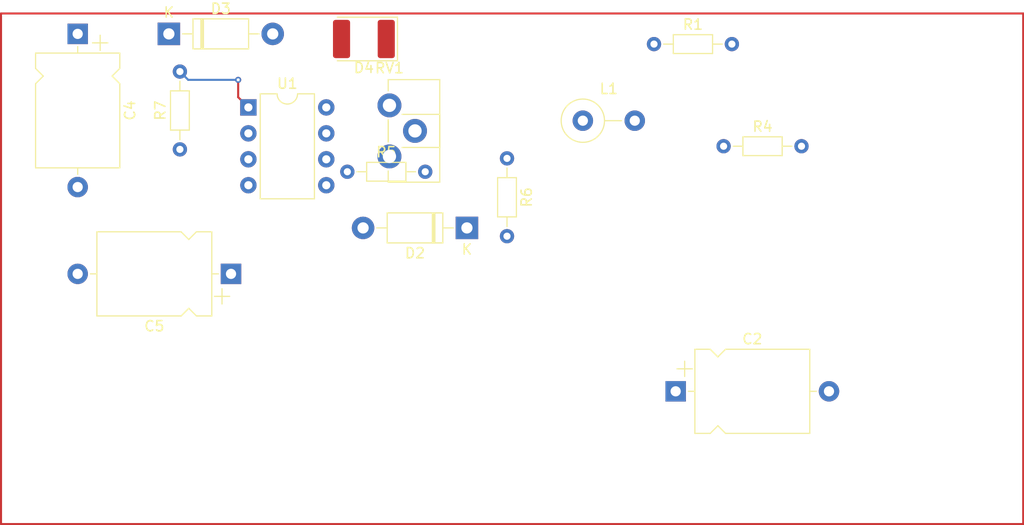
<source format=kicad_pcb>
(kicad_pcb (version 20240108) (generator "pcbnew") (generator_version "8.0")
  (layers (0 "F.Cu" signal) (31 "B.Cu" signal) (34 "B.Paste" user) (35 "F.Paste" user) (36 "B.SilkS" user "B.Silkscreen") (37 "F.SilkS" user "F.Silkscreen") (38 "B.Mask" user) (39 "F.Mask" user) (44 "Edge.Cuts" user))
  (net 0 "")
  (net 1 "Net-(D2-K)")
  (net 2 "Net-(D2-A)")
  (net 3 "Net-(D3-A)")
  (net 4 "+12V")
  (net 5 "0")
  (net 6 "+10V")
  (net 7 "Net-(Q1-G)")
  (net 8 "Net-(U1-CV)")
  (net 9 "Net-(C2-Pad1)")
  (net 10 "Net-(D4-K)")
  (net 11 "Net-(R1-Pad2)")
  (net 12 "Net-(R5-Pad2)")
  (net 13 "Net-(R6-Pad1)")
  (footprint "Capacitor_THT:CP_Axial_L11.0mm_D8.0mm_P15.00mm_Horizontal" (layer "F.Cu") (at 91 101 -90)
    (property "Reference" "C4" (at 7.5 -5.12 90) (layer "F.SilkS"))
    (property "Value" "47n")
    (fp_line (start 1.88 4.12) (end 3.38 4.12) (stroke (width 0.12)) (layer "F.SilkS"))
    (fp_line (start 3.38 4.12) (end 4.13 3.37) (stroke (width 0.12)) (layer "F.SilkS"))
    (fp_line (start 4.88 4.12) (end 13.12 4.12) (stroke (width 0.12)) (layer "F.SilkS"))
    (fp_line (start 4.13 3.37) (end 4.88 4.12) (stroke (width 0.12)) (layer "F.SilkS"))
    (fp_line (start 1.24 0) (end 1.88 0) (stroke (width 0.12)) (layer "F.SilkS"))
    (fp_line (start 13.76 0) (end 13.12 0) (stroke (width 0.12)) (layer "F.SilkS"))
    (fp_line (start 0.13 -2.2) (end 1.63 -2.2) (stroke (width 0.12)) (layer "F.SilkS"))
    (fp_line (start 0.88 -2.95) (end 0.88 -1.45) (stroke (width 0.12)) (layer "F.SilkS"))
    (fp_line (start 4.13 -3.37) (end 4.88 -4.12) (stroke (width 0.12)) (layer "F.SilkS"))
    (fp_line (start 1.88 -4.12) (end 1.88 4.12) (stroke (width 0.12)) (layer "F.SilkS"))
    (fp_line (start 1.88 -4.12) (end 3.38 -4.12) (stroke (width 0.12)) (layer "F.SilkS"))
    (fp_line (start 3.38 -4.12) (end 4.13 -3.37) (stroke (width 0.12)) (layer "F.SilkS"))
    (fp_line (start 4.88 -4.12) (end 13.12 -4.12) (stroke (width 0.12)) (layer "F.SilkS"))
    (fp_line (start 13.12 -4.12) (end 13.12 4.12) (stroke (width 0.12)) (layer "F.SilkS"))
    (pad "1" thru_hole rect (at 0 0 270) (size 2 2) (drill 1) (layers "*.Cu" "*.Mask") (net 2 "Net-(D2-A)"))
    (pad "2" thru_hole oval (at 15 0 270) (size 2 2) (drill 1) (layers "*.Cu" "*.Mask") (net 5 "0"))
  )
  (footprint "Package_DIP:DIP-8_W7.62mm" (layer "F.Cu") (at 107.7 108.2)
    (property "Reference" "U1" (at 3.81 -2.33 0) (layer "F.SilkS"))
    (property "Value" "LM555xN")
    (fp_line (start 1.16 -1.33) (end 1.16 8.95) (stroke (width 0.12)) (layer "F.SilkS"))
    (fp_line (start 1.16 8.95) (end 6.46 8.95) (stroke (width 0.12)) (layer "F.SilkS"))
    (fp_line (start 2.81 -1.33) (end 1.16 -1.33) (stroke (width 0.12)) (layer "F.SilkS"))
    (fp_line (start 6.46 -1.33) (end 4.81 -1.33) (stroke (width 0.12)) (layer "F.SilkS"))
    (fp_line (start 6.46 8.95) (end 6.46 -1.33) (stroke (width 0.12)) (layer "F.SilkS"))
    (fp_arc (start 4.81 -1.33) (mid 3.81 -0.33) (end 2.81 -1.33) (stroke (width 0.12)) (layer "F.SilkS"))
    (pad "1" thru_hole rect (at 0 0) (size 1.6 1.6) (drill 0.8) (layers "*.Cu" "*.Mask") (net 5 "0"))
    (pad "2" thru_hole oval (at 0 2.54) (size 1.6 1.6) (drill 0.8) (layers "*.Cu" "*.Mask") (net 2 "Net-(D2-A)"))
    (pad "3" thru_hole oval (at 0 5.08) (size 1.6 1.6) (drill 0.8) (layers "*.Cu" "*.Mask") (net 7 "Net-(Q1-G)"))
    (pad "4" thru_hole oval (at 0 7.62) (size 1.6 1.6) (drill 0.8) (layers "*.Cu" "*.Mask") (net 4 "+12V"))
    (pad "5" thru_hole oval (at 7.62 7.62) (size 1.6 1.6) (drill 0.8) (layers "*.Cu" "*.Mask") (net 8 "Net-(U1-CV)"))
    (pad "6" thru_hole oval (at 7.62 5.08) (size 1.6 1.6) (drill 0.8) (layers "*.Cu" "*.Mask") (net 2 "Net-(D2-A)"))
    (pad "7" thru_hole oval (at 7.62 2.54) (size 1.6 1.6) (drill 0.8) (layers "*.Cu" "*.Mask") (net 3 "Net-(D3-A)"))
    (pad "8" thru_hole oval (at 7.62 0) (size 1.6 1.6) (drill 0.8) (layers "*.Cu" "*.Mask") (net 6 "+10V"))
  )
  (footprint "Capacitor_THT:CP_Axial_L11.0mm_D8.0mm_P15.00mm_Horizontal" (layer "F.Cu") (at 106 124.5 180)
    (property "Reference" "C5" (at 7.5 -5.12 0) (layer "F.SilkS"))
    (property "Value" "10n")
    (fp_line (start 13.76 0) (end 13.12 0) (stroke (width 0.12)) (layer "F.SilkS"))
    (fp_line (start 13.12 -4.12) (end 13.12 4.12) (stroke (width 0.12)) (layer "F.SilkS"))
    (fp_line (start 4.88 4.12) (end 13.12 4.12) (stroke (width 0.12)) (layer "F.SilkS"))
    (fp_line (start 4.88 -4.12) (end 13.12 -4.12) (stroke (width 0.12)) (layer "F.SilkS"))
    (fp_line (start 4.13 3.37) (end 4.88 4.12) (stroke (width 0.12)) (layer "F.SilkS"))
    (fp_line (start 4.13 -3.37) (end 4.88 -4.12) (stroke (width 0.12)) (layer "F.SilkS"))
    (fp_line (start 3.38 4.12) (end 4.13 3.37) (stroke (width 0.12)) (layer "F.SilkS"))
    (fp_line (start 3.38 -4.12) (end 4.13 -3.37) (stroke (width 0.12)) (layer "F.SilkS"))
    (fp_line (start 1.88 4.12) (end 3.38 4.12) (stroke (width 0.12)) (layer "F.SilkS"))
    (fp_line (start 1.88 -4.12) (end 3.38 -4.12) (stroke (width 0.12)) (layer "F.SilkS"))
    (fp_line (start 1.88 -4.12) (end 1.88 4.12) (stroke (width 0.12)) (layer "F.SilkS"))
    (fp_line (start 1.24 0) (end 1.88 0) (stroke (width 0.12)) (layer "F.SilkS"))
    (fp_line (start 0.88 -2.95) (end 0.88 -1.45) (stroke (width 0.12)) (layer "F.SilkS"))
    (fp_line (start 0.13 -2.2) (end 1.63 -2.2) (stroke (width 0.12)) (layer "F.SilkS"))
    (pad "1" thru_hole rect (at 0 0 180) (size 2 2) (drill 1) (layers "*.Cu" "*.Mask") (net 8 "Net-(U1-CV)"))
    (pad "2" thru_hole oval (at 15 0 180) (size 2 2) (drill 1) (layers "*.Cu" "*.Mask") (net 5 "0"))
  )
  (footprint "Resistor_THT:R_Axial_DIN0204_L3.6mm_D1.6mm_P7.62mm_Horizontal" (layer "F.Cu") (at 147.38 102)
    (property "Reference" "R1" (at 3.81 -1.92 0) (layer "F.SilkS"))
    (property "Value" "8.5k")
    (fp_line (start 0.94 0) (end 1.89 0) (stroke (width 0.12)) (layer "F.SilkS"))
    (fp_line (start 1.89 -0.92) (end 1.89 0.92) (stroke (width 0.12)) (layer "F.SilkS"))
    (fp_line (start 1.89 0.92) (end 5.73 0.92) (stroke (width 0.12)) (layer "F.SilkS"))
    (fp_line (start 5.73 -0.92) (end 1.89 -0.92) (stroke (width 0.12)) (layer "F.SilkS"))
    (fp_line (start 5.73 0.92) (end 5.73 -0.92) (stroke (width 0.12)) (layer "F.SilkS"))
    (fp_line (start 6.68 0) (end 5.73 0) (stroke (width 0.12)) (layer "F.SilkS"))
    (pad "1" thru_hole circle (at 0 0) (size 1.4 1.4) (drill 0.7) (layers "*.Cu" "*.Mask") (net 9 "Net-(C2-Pad1)"))
    (pad "2" thru_hole oval (at 7.62 0) (size 1.4 1.4) (drill 0.7) (layers "*.Cu" "*.Mask") (net 11 "Net-(R1-Pad2)"))
  )
  (footprint "Diode_THT:D_DO-41_SOD81_P10.16mm_Horizontal" (layer "F.Cu") (at 129.08 120 180)
    (property "Reference" "D2" (at 5.08 -2.47 0) (layer "F.SilkS"))
    (property "Value" "1N4007")
    (fp_line (start 8.82 0) (end 7.8 0) (stroke (width 0.12)) (layer "F.SilkS"))
    (fp_line (start 7.8 1.47) (end 7.8 -1.47) (stroke (width 0.12)) (layer "F.SilkS"))
    (fp_line (start 7.8 -1.47) (end 2.36 -1.47) (stroke (width 0.12)) (layer "F.SilkS"))
    (fp_line (start 3.38 -1.47) (end 3.38 1.47) (stroke (width 0.12)) (layer "F.SilkS"))
    (fp_line (start 3.26 -1.47) (end 3.26 1.47) (stroke (width 0.12)) (layer "F.SilkS"))
    (fp_line (start 3.14 -1.47) (end 3.14 1.47) (stroke (width 0.12)) (layer "F.SilkS"))
    (fp_line (start 2.36 1.47) (end 7.8 1.47) (stroke (width 0.12)) (layer "F.SilkS"))
    (fp_line (start 2.36 -1.47) (end 2.36 1.47) (stroke (width 0.12)) (layer "F.SilkS"))
    (fp_line (start 1.34 0) (end 2.36 0) (stroke (width 0.12)) (layer "F.SilkS"))
    (fp_text user "K" (at 0 -2.1 0) (layer "F.SilkS"))
    (pad "1" thru_hole rect (at 0 0 180) (size 2.2 2.2) (drill 1.1) (layers "*.Cu" "*.Mask") (net 1 "Net-(D2-K)"))
    (pad "2" thru_hole oval (at 10.16 0 180) (size 2.2 2.2) (drill 1.1) (layers "*.Cu" "*.Mask") (net 2 "Net-(D2-A)"))
  )
  (footprint "Diode_SMD:D_2114_3652Metric" (layer "F.Cu") (at 119 101.5 180)
    (property "Reference" "D4" (at 0 -2.82 0) (layer "F.SilkS"))
    (property "Value" "D_Schottky")
    (fp_line (start 2.6 -2.135) (end -3.285 -2.135) (stroke (width 0.12)) (layer "F.SilkS"))
    (fp_line (start -3.285 2.135) (end 2.6 2.135) (stroke (width 0.12)) (layer "F.SilkS"))
    (fp_line (start -3.285 -2.135) (end -3.285 2.135) (stroke (width 0.12)) (layer "F.SilkS"))
    (pad "1" smd roundrect (at -2.1875 0 180) (size 1.675 3.75) (layers "F.Cu" "F.Paste" "F.Mask") (roundrect_rratio 0.149254) (net 10 "Net-(D4-K)"))
    (pad "2" smd roundrect (at 2.1875 0 180) (size 1.675 3.75) (layers "F.Cu" "F.Paste" "F.Mask") (roundrect_rratio 0.149254) (net 5 "0"))
  )
  (footprint "Potentiometer_THT:Potentiometer_ACP_CA9-H2,5_Horizontal" (layer "F.Cu") (at 121.5 108)
    (property "Reference" "RV1" (at 0 -3.65 0) (layer "F.SilkS"))
    (property "Value" "100k")
    (fp_line (start -0.121 -2.521) (end -0.121 -1.426) (stroke (width 0.12)) (layer "F.SilkS"))
    (fp_line (start -0.121 -2.521) (end 4.92 -2.521) (stroke (width 0.12)) (layer "F.SilkS"))
    (fp_line (start -0.121 1.426) (end -0.121 3.575) (stroke (width 0.12)) (layer "F.SilkS"))
    (fp_line (start -0.121 1.426) (end -0.121 3.575) (stroke (width 0.12)) (layer "F.SilkS"))
    (fp_line (start -0.121 6.425) (end -0.121 7.52) (stroke (width 0.12)) (layer "F.SilkS"))
    (fp_line (start -0.121 7.52) (end 4.92 7.52) (stroke (width 0.12)) (layer "F.SilkS"))
    (fp_line (start 1.237 0.88) (end 4.92 0.88) (stroke (width 0.12)) (layer "F.SilkS"))
    (fp_line (start 1.237 4.12) (end 4.92 4.12) (stroke (width 0.12)) (layer "F.SilkS"))
    (fp_line (start 4.92 -2.521) (end 4.92 7.52) (stroke (width 0.12)) (layer "F.SilkS"))
    (fp_line (start 4.92 0.88) (end 4.92 4.12) (stroke (width 0.12)) (layer "F.SilkS"))
    (pad "1" thru_hole circle (at 0 0) (size 2.34 2.34) (drill 1.3) (layers "*.Cu" "*.Mask") (net 12 "Net-(R5-Pad2)"))
    (pad "2" thru_hole circle (at 2.5 2.5) (size 2.34 2.34) (drill 1.3) (layers "*.Cu" "*.Mask") (net 3 "Net-(D3-A)"))
    (pad "3" thru_hole circle (at 0 5) (size 2.34 2.34) (drill 1.3) (layers "*.Cu" "*.Mask") (net 13 "Net-(R6-Pad1)"))
  )
  (footprint "Inductor_THT:L_Axial_L9.5mm_D4.0mm_P5.08mm_Vertical_Fastron_SMCC" (layer "F.Cu") (at 140.42 109.5)
    (property "Reference" "L1" (at 2.54 -3.12 0) (layer "F.SilkS"))
    (property "Value" "15u")
    (fp_line (start 2.12 0) (end 3.78 0) (stroke (width 0.12)) (layer "F.SilkS"))
    (fp_circle (center 0 0) (end 2.12 0) (stroke (width 0.12)) (fill none) (layer "F.SilkS"))
    (pad "1" thru_hole circle (at 0 0) (size 2 2) (drill 1) (layers "*.Cu" "*.Mask") (net 10 "Net-(D4-K)"))
    (pad "2" thru_hole oval (at 5.08 0) (size 2 2) (drill 1) (layers "*.Cu" "*.Mask") (net 9 "Net-(C2-Pad1)"))
  )
  (footprint "Resistor_THT:R_Axial_DIN0204_L3.6mm_D1.6mm_P7.62mm_Horizontal" (layer "F.Cu") (at 117.38 114.5)
    (property "Reference" "R5" (at 3.81 -1.92 0) (layer "F.SilkS"))
    (property "Value" "10k")
    (fp_line (start 0.94 0) (end 1.89 0) (stroke (width 0.12)) (layer "F.SilkS"))
    (fp_line (start 1.89 -0.92) (end 1.89 0.92) (stroke (width 0.12)) (layer "F.SilkS"))
    (fp_line (start 1.89 0.92) (end 5.73 0.92) (stroke (width 0.12)) (layer "F.SilkS"))
    (fp_line (start 5.73 -0.92) (end 1.89 -0.92) (stroke (width 0.12)) (layer "F.SilkS"))
    (fp_line (start 5.73 0.92) (end 5.73 -0.92) (stroke (width 0.12)) (layer "F.SilkS"))
    (fp_line (start 6.68 0) (end 5.73 0) (stroke (width 0.12)) (layer "F.SilkS"))
    (pad "1" thru_hole circle (at 0 0) (size 1.4 1.4) (drill 0.7) (layers "*.Cu" "*.Mask") (net 6 "+10V"))
    (pad "2" thru_hole oval (at 7.62 0) (size 1.4 1.4) (drill 0.7) (layers "*.Cu" "*.Mask") (net 12 "Net-(R5-Pad2)"))
  )
  (footprint "Resistor_THT:R_Axial_DIN0204_L3.6mm_D1.6mm_P7.62mm_Horizontal" (layer "F.Cu") (at 133 113.19 -90)
    (property "Reference" "R6" (at 3.81 -1.92 90) (layer "F.SilkS"))
    (property "Value" "20k")
    (fp_line (start 1.89 0.92) (end 5.73 0.92) (stroke (width 0.12)) (layer "F.SilkS"))
    (fp_line (start 5.73 0.92) (end 5.73 -0.92) (stroke (width 0.12)) (layer "F.SilkS"))
    (fp_line (start 0.94 0) (end 1.89 0) (stroke (width 0.12)) (layer "F.SilkS"))
    (fp_line (start 6.68 0) (end 5.73 0) (stroke (width 0.12)) (layer "F.SilkS"))
    (fp_line (start 1.89 -0.92) (end 1.89 0.92) (stroke (width 0.12)) (layer "F.SilkS"))
    (fp_line (start 5.73 -0.92) (end 1.89 -0.92) (stroke (width 0.12)) (layer "F.SilkS"))
    (pad "1" thru_hole circle (at 0 0 270) (size 1.4 1.4) (drill 0.7) (layers "*.Cu" "*.Mask") (net 13 "Net-(R6-Pad1)"))
    (pad "2" thru_hole oval (at 7.62 0 270) (size 1.4 1.4) (drill 0.7) (layers "*.Cu" "*.Mask") (net 1 "Net-(D2-K)"))
  )
  (footprint "Diode_THT:D_DO-41_SOD81_P10.16mm_Horizontal" (layer "F.Cu") (at 99.92 101)
    (property "Reference" "D3" (at 5.08 -2.47 0) (layer "F.SilkS"))
    (property "Value" "1N4007")
    (fp_line (start 1.34 0) (end 2.36 0) (stroke (width 0.12)) (layer "F.SilkS"))
    (fp_line (start 2.36 -1.47) (end 2.36 1.47) (stroke (width 0.12)) (layer "F.SilkS"))
    (fp_line (start 2.36 1.47) (end 7.8 1.47) (stroke (width 0.12)) (layer "F.SilkS"))
    (fp_line (start 3.14 -1.47) (end 3.14 1.47) (stroke (width 0.12)) (layer "F.SilkS"))
    (fp_line (start 3.26 -1.47) (end 3.26 1.47) (stroke (width 0.12)) (layer "F.SilkS"))
    (fp_line (start 3.38 -1.47) (end 3.38 1.47) (stroke (width 0.12)) (layer "F.SilkS"))
    (fp_line (start 7.8 -1.47) (end 2.36 -1.47) (stroke (width 0.12)) (layer "F.SilkS"))
    (fp_line (start 7.8 1.47) (end 7.8 -1.47) (stroke (width 0.12)) (layer "F.SilkS"))
    (fp_line (start 8.82 0) (end 7.8 0) (stroke (width 0.12)) (layer "F.SilkS"))
    (fp_text user "K" (at 0 -2.1 0) (layer "F.SilkS"))
    (pad "1" thru_hole rect (at 0 0) (size 2.2 2.2) (drill 1.1) (layers "*.Cu" "*.Mask") (net 2 "Net-(D2-A)"))
    (pad "2" thru_hole oval (at 10.16 0) (size 2.2 2.2) (drill 1.1) (layers "*.Cu" "*.Mask") (net 3 "Net-(D3-A)"))
  )
  (footprint "Resistor_THT:R_Axial_DIN0204_L3.6mm_D1.6mm_P7.62mm_Horizontal" (layer "F.Cu") (at 154.19 112)
    (property "Reference" "R4" (at 3.81 -1.92 0) (layer "F.SilkS"))
    (property "Value" "10k")
    (fp_line (start 0.94 0) (end 1.89 0) (stroke (width 0.12)) (layer "F.SilkS"))
    (fp_line (start 1.89 -0.92) (end 1.89 0.92) (stroke (width 0.12)) (layer "F.SilkS"))
    (fp_line (start 1.89 0.92) (end 5.73 0.92) (stroke (width 0.12)) (layer "F.SilkS"))
    (fp_line (start 5.73 -0.92) (end 1.89 -0.92) (stroke (width 0.12)) (layer "F.SilkS"))
    (fp_line (start 5.73 0.92) (end 5.73 -0.92) (stroke (width 0.12)) (layer "F.SilkS"))
    (fp_line (start 6.68 0) (end 5.73 0) (stroke (width 0.12)) (layer "F.SilkS"))
    (pad "1" thru_hole circle (at 0 0) (size 1.4 1.4) (drill 0.7) (layers "*.Cu" "*.Mask") (net 11 "Net-(R1-Pad2)"))
    (pad "2" thru_hole oval (at 7.62 0) (size 1.4 1.4) (drill 0.7) (layers "*.Cu" "*.Mask") (net 5 "0"))
  )
  (footprint "Resistor_THT:R_Axial_DIN0204_L3.6mm_D1.6mm_P7.62mm_Horizontal" (layer "F.Cu") (at 101 112.31 90)
    (property "Reference" "R7" (at 3.81 -1.92 90) (layer "F.SilkS"))
    (property "Value" "220")
    (fp_line (start 5.73 -0.92) (end 1.89 -0.92) (stroke (width 0.12)) (layer "F.SilkS"))
    (fp_line (start 1.89 -0.92) (end 1.89 0.92) (stroke (width 0.12)) (layer "F.SilkS"))
    (fp_line (start 6.68 0) (end 5.73 0) (stroke (width 0.12)) (layer "F.SilkS"))
    (fp_line (start 0.94 0) (end 1.89 0) (stroke (width 0.12)) (layer "F.SilkS"))
    (fp_line (start 5.73 0.92) (end 5.73 -0.92) (stroke (width 0.12)) (layer "F.SilkS"))
    (fp_line (start 1.89 0.92) (end 5.73 0.92) (stroke (width 0.12)) (layer "F.SilkS"))
    (pad "1" thru_hole circle (at 0 0 90) (size 1.4 1.4) (drill 0.7) (layers "*.Cu" "*.Mask") (net 7 "Net-(Q1-G)"))
    (pad "2" thru_hole oval (at 7.62 0 90) (size 1.4 1.4) (drill 0.7) (layers "*.Cu" "*.Mask") (net 5 "0"))
  )
  (footprint "Capacitor_THT:CP_Axial_L11.0mm_D8.0mm_P15.00mm_Horizontal" (layer "F.Cu") (at 149.5 136)
    (property "Reference" "C2" (at 7.5 -5.12 0) (layer "F.SilkS"))
    (property "Value" "47u")
    (fp_line (start 0.13 -2.2) (end 1.63 -2.2) (stroke (width 0.12)) (layer "F.SilkS"))
    (fp_line (start 0.88 -2.95) (end 0.88 -1.45) (stroke (width 0.12)) (layer "F.SilkS"))
    (fp_line (start 1.24 0) (end 1.88 0) (stroke (width 0.12)) (layer "F.SilkS"))
    (fp_line (start 1.88 -4.12) (end 1.88 4.12) (stroke (width 0.12)) (layer "F.SilkS"))
    (fp_line (start 1.88 -4.12) (end 3.38 -4.12) (stroke (width 0.12)) (layer "F.SilkS"))
    (fp_line (start 1.88 4.12) (end 3.38 4.12) (stroke (width 0.12)) (layer "F.SilkS"))
    (fp_line (start 3.38 -4.12) (end 4.13 -3.37) (stroke (width 0.12)) (layer "F.SilkS"))
    (fp_line (start 3.38 4.12) (end 4.13 3.37) (stroke (width 0.12)) (layer "F.SilkS"))
    (fp_line (start 4.13 -3.37) (end 4.88 -4.12) (stroke (width 0.12)) (layer "F.SilkS"))
    (fp_line (start 4.13 3.37) (end 4.88 4.12) (stroke (width 0.12)) (layer "F.SilkS"))
    (fp_line (start 4.88 -4.12) (end 13.12 -4.12) (stroke (width 0.12)) (layer "F.SilkS"))
    (fp_line (start 4.88 4.12) (end 13.12 4.12) (stroke (width 0.12)) (layer "F.SilkS"))
    (fp_line (start 13.12 -4.12) (end 13.12 4.12) (stroke (width 0.12)) (layer "F.SilkS"))
    (fp_line (start 13.76 0) (end 13.12 0) (stroke (width 0.12)) (layer "F.SilkS"))
    (pad "1" thru_hole rect (at 0 0) (size 2 2) (drill 1) (layers "*.Cu" "*.Mask") (net 9 "Net-(C2-Pad1)"))
    (pad "2" thru_hole oval (at 15 0) (size 2 2) (drill 1) (layers "*.Cu" "*.Mask") (net 5 "0"))
  )
  (gr_line (start 83.5 149) (end 183.5 149) (stroke (width 0.2)) (layer "F.Cu") (net 10))
  (gr_line (start 183.5 99) (end 83.5 99) (stroke (width 0.2)) (layer "F.Cu") (net 10))
  (gr_line (start 83.5 99) (end 83.5 149) (stroke (width 0.2)) (layer "F.Cu") (net 10))
  (gr_line (start 183.5 149) (end 183.5 99) (stroke (width 0.2)) (layer "F.Cu") (net 10))
  (segment (start 106.699997 107.199997) (end 106.699997 105.5) (width 0.2) (layer "F.Cu") (net 5))
  (segment (start 107.7 108.2) (end 106.699997 107.199997) (width 0.2) (layer "F.Cu") (net 5))
  (via (at 106.699997 105.5) (size 0.6) (drill 0.3) (layers "F.Cu" "B.Cu") (net 5))
  (segment (start 106.699997 105.5) (end 101.81 105.5) (width 0.2) (layer "B.Cu") (net 5))
  (segment (start 101.81 105.5) (end 101 104.69) (width 0.2) (layer "B.Cu") (net 5))
)
</source>
